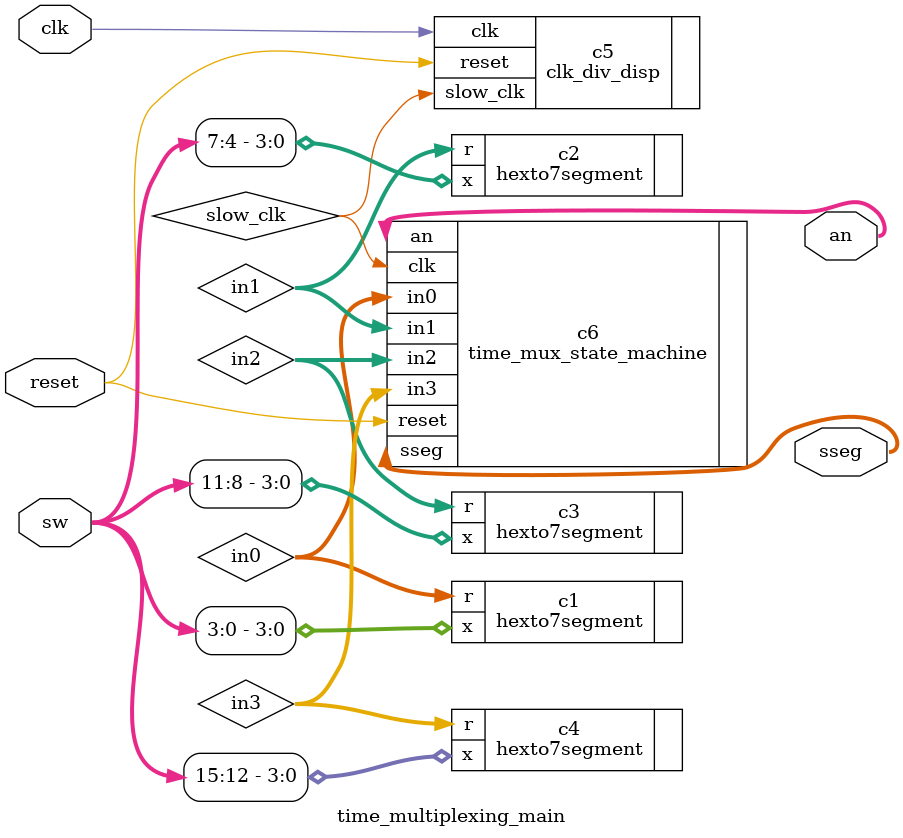
<source format=v>
`timescale 1ns / 1ps

module time_multiplexing_main(
    input clk,
    input reset,
    input [15:0] sw,
    output [3:0] an,
    output [6:0] sseg
    );
    
    wire [6:0] in0, in1, in2, in3;
    wire slow_clk;
    
    //Module instantiation of hexto7segment decoder
    hexto7segment c1 (.x(sw[3:0]), .r(in0));
    hexto7segment c2 (.x(sw[7:4]), .r(in1));
    hexto7segment c3 (.x(sw[11:8]), .r(in2));
    hexto7segment c4 (.x(sw[15:12]), .r(in3));
    
    // Module instantiation of the clock divider
    clk_div_disp c5 (.clk(clk), .reset(reset), .slow_clk(slow_clk));
    
    // Module instantiation of the multiplexer
    
    time_mux_state_machine c6(
        .clk (slow_clk),
        .reset (reset),
        .in0 (in0),
        .in1 (in1),
        .in2 (in2),
        .in3 (in3),
        .an (an),
        .sseg (sseg)
    );
endmodule

</source>
